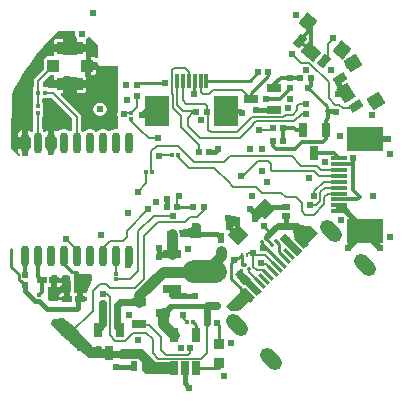
<source format=gbl>
G04 Layer: BottomLayer*
G04 Panelize: , Column: 1, Row: 1, Board Size: 35.35mm x 33.79mm, Panelized Board Size: 35.35mm x 33.79mm*
G04 EasyEDA v6.5.34, 2023-08-25 09:09:34*
G04 d93e2c1bc76747fc85efea62cec83403,9a4ed40c0dd746429eaf55b84663d2fb,10*
G04 Gerber Generator version 0.2*
G04 Scale: 100 percent, Rotated: No, Reflected: No *
G04 Dimensions in millimeters *
G04 leading zeros omitted , absolute positions ,4 integer and 5 decimal *
%FSLAX45Y45*%
%MOMM*%

%AMMACRO1*21,1,$1,$2,0,0,$3*%
%AMMACRO2*1,1,$1,$2,$3*1,1,$1,$4,$5*20,1,$1,$2,$3,$4,$5,0*%
%ADD10C,0.2540*%
%ADD11C,0.2000*%
%ADD12C,0.1600*%
%ADD13C,0.5156*%
%ADD14C,0.3980*%
%ADD15C,0.1600*%
%ADD16C,0.1520*%
%ADD17C,0.2032*%
%ADD18C,0.8890*%
%ADD19C,0.6020*%
%ADD20C,0.5090*%
%ADD21C,0.4070*%
%ADD22C,0.4490*%
%ADD23C,0.2960*%
%ADD24C,0.1524*%
%ADD25C,0.2110*%
%ADD26C,0.3130*%
%ADD27C,0.3810*%
%ADD28C,0.3050*%
%ADD29C,0.6110*%
%ADD30C,0.2134*%
%ADD31C,0.2030*%
%ADD32C,0.2108*%
%ADD33C,0.4140*%
%ADD34C,0.3048*%
%ADD35C,0.1778*%
%ADD36C,0.2116*%
%ADD37C,0.3640*%
%ADD38C,0.3150*%
%ADD39C,0.2616*%
%ADD40C,0.3124*%
%ADD41C,0.6350*%
%ADD42C,0.6172*%
%ADD43C,0.4064*%
%ADD44C,0.9610*%
%ADD45C,0.4510*%
%ADD46C,0.3000*%
%ADD47C,0.3556*%
%ADD48C,0.4000*%
%ADD49MACRO1,0.7X1.1X122.0010*%
%ADD50MACRO1,1.4X1.1X121.9998*%
%ADD51MACRO1,1.15X1.2X121.9995*%
%ADD52MACRO1,0.3X1.25X0.0000*%
%ADD53MACRO1,2X2.5X0.0000*%
%ADD54MACRO1,2.2X1.1X0.0000*%
%ADD55MACRO1,1.05X1X90.0000*%
%ADD56MACRO1,0.672X1.575X90.0000*%
%ADD57MACRO1,0.2997X1.0998X-135.0000*%
%ADD58MACRO1,0.3023X1.0998X-135.0000*%
%ADD59MACRO1,0.3023X1.0998X-134.9966*%
%ADD60MACRO1,0.3X1.3X-90.0000*%
%ADD61MACRO1,2X3X-90.0000*%
%ADD62MACRO1,0.5X0.6X-90.0000*%
%ADD63MACRO1,0.27X0.25X-48.0008*%
%ADD64MACRO1,0.27X0.25X-47.9972*%
%ADD65MACRO1,1.2X1.2X45.0000*%
%ADD66MACRO1,0.27X0.25X90.0000*%
%ADD67MACRO1,0.54X0.5656X90.0000*%
%ADD68MACRO1,0.7X1.1X139.9988*%
%ADD69MACRO1,0.7X1.1X140.0001*%
%ADD70MACRO1,1.4X1.1X140.0002*%
%ADD71MACRO1,1.15X1.2X140.0005*%
%ADD72O,0.6999986X1.7729962*%
%ADD73MACRO1,0.8X0.8X0.0000*%
%ADD74R,0.5400X0.7901*%
%ADD75MACRO1,0.54X0.7901X0.0000*%
%ADD76MACRO1,0.324X0.3031X90.0000*%
%ADD77R,0.3240X0.3031*%
%ADD78MACRO1,0.324X0.3031X0.0000*%
%ADD79R,0.5400X0.5657*%
%ADD80MACRO1,0.54X0.5656X0.0000*%
%ADD81R,0.3240X0.3684*%
%ADD82MACRO1,0.324X0.3685X0.0000*%
%ADD83MACRO1,0.324X0.3685X-90.0000*%
%ADD84MACRO1,0.324X0.3031X-45.0000*%
%ADD85MACRO1,0.324X0.3031X45.0032*%
%ADD86MACRO1,1.25X0.7X90.0000*%
%ADD87MACRO1,0.54X0.7901X-90.0000*%
%ADD88MACRO1,1.25X0.7X0.0000*%
%ADD89MACRO1,0.54X0.7901X90.0000*%
%ADD90MACRO1,0.54X0.5656X-90.0000*%
%ADD91MACRO1,0.6223X1.1049X0.0000*%
%ADD92C,0.8000*%
%ADD93MACRO2,1.2X-0.3535X0.3535X0.3535X-0.3535*%
%ADD94C,0.6096*%
%ADD95C,0.0129*%

%LPD*%
G36*
X-1952243Y119176D02*
G01*
X-1956155Y119989D01*
X-1959457Y122174D01*
X-1961642Y125476D01*
X-1962404Y129336D01*
X-1962404Y171805D01*
X-1977491Y171805D01*
X-1981403Y172567D01*
X-1984705Y174752D01*
X-1986889Y178054D01*
X-1987651Y181965D01*
X-1987651Y262991D01*
X-1986889Y266852D01*
X-1984705Y270154D01*
X-1981403Y272338D01*
X-1977491Y273151D01*
X-1962404Y273151D01*
X-1962404Y332079D01*
X-1971852Y327050D01*
X-1979777Y320903D01*
X-1985975Y314198D01*
X-1989226Y311810D01*
X-1993138Y310896D01*
X-1997151Y311607D01*
X-2000504Y313791D01*
X-2002789Y317093D01*
X-2003602Y321056D01*
X-2003602Y331571D01*
X-2004314Y333248D01*
X-2006803Y335788D01*
X-2009038Y339090D01*
X-2009800Y342950D01*
X-2009800Y438759D01*
X-2009393Y441553D01*
X-2006803Y446430D01*
X-2004872Y451916D01*
X-2004161Y458216D01*
X-2004161Y493928D01*
X-2005075Y502513D01*
X-2005025Y505612D01*
X-2004161Y513080D01*
X-2004161Y548792D01*
X-2004872Y555091D01*
X-2006803Y560578D01*
X-2009393Y565454D01*
X-2009800Y568248D01*
X-2009800Y587654D01*
X-2009038Y591515D01*
X-2006803Y594817D01*
X-2003501Y597001D01*
X-1999640Y597814D01*
X-1970278Y597814D01*
X-1963928Y598525D01*
X-1958492Y600405D01*
X-1953463Y603097D01*
X-1950669Y603504D01*
X-1935988Y603504D01*
X-1932127Y602742D01*
X-1928825Y600506D01*
X-1757680Y429361D01*
X-1755444Y426059D01*
X-1754682Y422148D01*
X-1754682Y332536D01*
X-1755444Y328676D01*
X-1757680Y325374D01*
X-1760931Y323189D01*
X-1764842Y322376D01*
X-1785772Y322376D01*
X-1789074Y322935D01*
X-1792020Y324561D01*
X-1795272Y327050D01*
X-1804111Y331876D01*
X-1813610Y335127D01*
X-1823516Y336753D01*
X-1833575Y336753D01*
X-1843532Y335127D01*
X-1853031Y331876D01*
X-1861870Y327050D01*
X-1865122Y324561D01*
X-1868068Y322935D01*
X-1871319Y322376D01*
X-1880666Y322376D01*
X-1884273Y320294D01*
X-1888286Y318465D01*
X-1892706Y318465D01*
X-1896668Y320395D01*
X-1905254Y327050D01*
X-1914702Y332079D01*
X-1914702Y273151D01*
X-1899615Y273151D01*
X-1895754Y272338D01*
X-1892452Y270154D01*
X-1890268Y266852D01*
X-1889455Y262991D01*
X-1889455Y181965D01*
X-1890268Y178054D01*
X-1892452Y174752D01*
X-1895754Y172567D01*
X-1899615Y171805D01*
X-1914702Y171805D01*
X-1914702Y129336D01*
X-1915515Y125476D01*
X-1917700Y122174D01*
X-1921002Y119989D01*
X-1924862Y119176D01*
G37*

%LPD*%
G36*
X-2210054Y104698D02*
G01*
X-2214473Y105714D01*
X-2217978Y108508D01*
X-2268931Y171704D01*
X-2270556Y174498D01*
X-2271166Y177698D01*
X-2275636Y302920D01*
X-2268778Y557987D01*
X-2268372Y626262D01*
X-2267458Y630377D01*
X-2264562Y636778D01*
X-2238298Y689610D01*
X-2210308Y741578D01*
X-2180590Y792530D01*
X-2149144Y842467D01*
X-2116124Y891336D01*
X-2081428Y939088D01*
X-2045207Y985672D01*
X-2007412Y1030986D01*
X-1968144Y1075029D01*
X-1927402Y1117701D01*
X-1885289Y1159052D01*
X-1878736Y1165047D01*
X-1875586Y1167028D01*
X-1871878Y1167688D01*
X-1739392Y1167688D01*
X-1735785Y1167028D01*
X-1732635Y1165098D01*
X-1730349Y1162151D01*
X-1729282Y1158595D01*
X-1730044Y1153261D01*
X-1730908Y1143457D01*
X-1730044Y1133703D01*
X-1727504Y1124204D01*
X-1723339Y1115314D01*
X-1717700Y1107236D01*
X-1715566Y1105103D01*
X-1713331Y1101801D01*
X-1712569Y1097940D01*
X-1712569Y1056132D01*
X-1637995Y1056132D01*
X-1637995Y1076706D01*
X-1638757Y1083005D01*
X-1640992Y1089507D01*
X-1641551Y1093216D01*
X-1640738Y1096924D01*
X-1638604Y1100023D01*
X-1631391Y1107236D01*
X-1625092Y1116380D01*
X-1621840Y1119378D01*
X-1617624Y1120749D01*
X-1613255Y1120190D01*
X-1609547Y1117803D01*
X-1545031Y1053287D01*
X-1542796Y1049985D01*
X-1542034Y1046124D01*
X-1542034Y945591D01*
X-1542948Y941374D01*
X-1545590Y937869D01*
X-1549400Y935837D01*
X-1553718Y935532D01*
X-1557782Y937107D01*
X-1565351Y944981D01*
X-1570228Y948080D01*
X-1575663Y949960D01*
X-1582013Y950671D01*
X-1600098Y950671D01*
X-1600098Y904849D01*
X-1551736Y904849D01*
X-1548130Y904189D01*
X-1544980Y902309D01*
X-1542745Y899414D01*
X-1541627Y895959D01*
X-1541221Y892657D01*
X-1539138Y887120D01*
X-1535582Y881989D01*
X-1532585Y878941D01*
X-1528978Y876300D01*
X-1523441Y873810D01*
X-1515973Y872642D01*
X-1379982Y872642D01*
X-1376121Y871880D01*
X-1372870Y869696D01*
X-1370634Y866444D01*
X-1369822Y862584D01*
X-1366418Y494690D01*
X-1367383Y490321D01*
X-1371752Y480872D01*
X-1374292Y471373D01*
X-1375156Y461568D01*
X-1374292Y451815D01*
X-1371752Y442315D01*
X-1366266Y430682D01*
X-1365808Y427735D01*
X-1365046Y345795D01*
X-1365961Y341477D01*
X-1368602Y337972D01*
X-1372463Y335889D01*
X-1376883Y335635D01*
X-1383538Y336753D01*
X-1393596Y336753D01*
X-1403502Y335127D01*
X-1413002Y331876D01*
X-1421841Y327050D01*
X-1433423Y318160D01*
X-1437335Y317246D01*
X-1448917Y316890D01*
X-1453134Y317703D01*
X-1465275Y327050D01*
X-1474114Y331876D01*
X-1483614Y335127D01*
X-1493520Y336753D01*
X-1503578Y336753D01*
X-1513535Y335127D01*
X-1523034Y331876D01*
X-1531874Y327050D01*
X-1539798Y320903D01*
X-1542846Y317550D01*
X-1546250Y315112D01*
X-1550365Y314248D01*
X-1556816Y314248D01*
X-1560880Y315112D01*
X-1564284Y317550D01*
X-1567332Y320903D01*
X-1575257Y327050D01*
X-1584096Y331876D01*
X-1593646Y335127D01*
X-1603552Y336753D01*
X-1613611Y336753D01*
X-1623517Y335127D01*
X-1633016Y331876D01*
X-1641856Y327050D01*
X-1648155Y322173D01*
X-1651355Y319227D01*
X-1652879Y317550D01*
X-1656283Y315112D01*
X-1660347Y314248D01*
X-1665782Y314248D01*
X-1669694Y315061D01*
X-1675434Y318871D01*
X-1678939Y322173D01*
X-1681276Y325526D01*
X-1682089Y329539D01*
X-1682089Y441350D01*
X-1682800Y448970D01*
X-1684883Y455777D01*
X-1688287Y462076D01*
X-1693113Y468020D01*
X-1849120Y624027D01*
X-1851304Y627278D01*
X-1852066Y631190D01*
X-1851304Y635101D01*
X-1849120Y638352D01*
X-1845818Y640588D01*
X-1841906Y641350D01*
X-1835251Y641350D01*
X-1835251Y688390D01*
X-1910384Y688390D01*
X-1912518Y684834D01*
X-1915922Y682396D01*
X-1919986Y681532D01*
X-1950872Y681532D01*
X-1954784Y682345D01*
X-1958086Y684530D01*
X-1964791Y691286D01*
X-1966518Y691946D01*
X-1996338Y691946D01*
X-2000199Y692759D01*
X-2003501Y694944D01*
X-2005736Y698246D01*
X-2006498Y702106D01*
X-2006498Y726490D01*
X-2005736Y730402D01*
X-2003501Y733704D01*
X-1946300Y790905D01*
X-1942998Y793089D01*
X-1939137Y793851D01*
X-1919274Y793851D01*
X-1915109Y792988D01*
X-1911705Y790448D01*
X-1909572Y786790D01*
X-1909165Y782574D01*
X-1909825Y776681D01*
X-1909825Y756107D01*
X-1835251Y756107D01*
X-1835251Y771499D01*
X-1834489Y775411D01*
X-1832254Y778713D01*
X-1828952Y780897D01*
X-1825040Y781659D01*
X-1722678Y780846D01*
X-1718818Y780084D01*
X-1715516Y777849D01*
X-1713331Y774547D01*
X-1712569Y770686D01*
X-1712569Y756107D01*
X-1664716Y756107D01*
X-1661210Y755497D01*
X-1658112Y753719D01*
X-1655876Y750976D01*
X-1654657Y747623D01*
X-1654352Y745744D01*
X-1653387Y750163D01*
X-1651152Y753313D01*
X-1647901Y755396D01*
X-1644142Y756107D01*
X-1637995Y756107D01*
X-1637995Y773531D01*
X-1642313Y773531D01*
X-1646275Y774344D01*
X-1649628Y776681D01*
X-1651812Y780186D01*
X-1652422Y784199D01*
X-1643735Y961339D01*
X-1642872Y964996D01*
X-1640738Y968095D01*
X-1637995Y969873D01*
X-1637995Y988415D01*
X-1712569Y988415D01*
X-1712569Y972362D01*
X-1713331Y968451D01*
X-1715516Y965200D01*
X-1718818Y962964D01*
X-1722678Y962202D01*
X-1825091Y961847D01*
X-1829003Y962660D01*
X-1832305Y964844D01*
X-1834489Y968146D01*
X-1835302Y972007D01*
X-1835302Y988415D01*
X-1909825Y988415D01*
X-1909825Y967841D01*
X-1909318Y963269D01*
X-1909724Y959103D01*
X-1911756Y955446D01*
X-1915160Y952906D01*
X-1919224Y951992D01*
X-1966874Y951077D01*
X-1972208Y949960D01*
X-1977643Y948080D01*
X-1982520Y944981D01*
X-1986635Y940866D01*
X-1989734Y935990D01*
X-1991614Y930503D01*
X-1992325Y924204D01*
X-1992325Y852271D01*
X-1993138Y848360D01*
X-1995322Y845058D01*
X-2068423Y771956D01*
X-2073249Y766064D01*
X-2076653Y759764D01*
X-2078736Y752906D01*
X-2079447Y745337D01*
X-2079447Y708101D01*
X-2079650Y706120D01*
X-2087321Y666800D01*
X-2088337Y664006D01*
X-2091283Y660146D01*
X-2091486Y659231D01*
X-2091486Y622604D01*
X-2087930Y616966D01*
X-2087168Y613105D01*
X-2087168Y558241D01*
X-2088388Y548792D01*
X-2088388Y513080D01*
X-2087473Y504494D01*
X-2087524Y501396D01*
X-2088388Y493928D01*
X-2088388Y458216D01*
X-2087168Y448767D01*
X-2087168Y327710D01*
X-2087880Y324002D01*
X-2089861Y320852D01*
X-2096109Y314045D01*
X-2099462Y311607D01*
X-2103577Y310794D01*
X-2107641Y311607D01*
X-2111044Y314045D01*
X-2117344Y320903D01*
X-2125268Y327050D01*
X-2134717Y332079D01*
X-2134717Y273151D01*
X-2119630Y273151D01*
X-2115769Y272338D01*
X-2112467Y270154D01*
X-2110232Y266852D01*
X-2109470Y262991D01*
X-2109470Y181965D01*
X-2110232Y178054D01*
X-2112467Y174752D01*
X-2115769Y172567D01*
X-2119630Y171805D01*
X-2134717Y171805D01*
X-2134717Y114858D01*
X-2135479Y110998D01*
X-2137714Y107696D01*
X-2140966Y105511D01*
X-2144877Y104698D01*
X-2172258Y104698D01*
X-2176170Y105511D01*
X-2179421Y107696D01*
X-2181656Y110998D01*
X-2182418Y114858D01*
X-2182418Y171805D01*
X-2219452Y171805D01*
X-2219452Y169214D01*
X-2218588Y158800D01*
X-2216150Y149047D01*
X-2212086Y139852D01*
X-2206599Y131419D01*
X-2199792Y124002D01*
X-2198370Y122885D01*
X-2195677Y119735D01*
X-2194458Y115722D01*
X-2194966Y111607D01*
X-2197100Y108000D01*
X-2200503Y105562D01*
X-2204618Y104698D01*
G37*

%LPC*%
G36*
X-2219452Y273151D02*
G01*
X-2182418Y273151D01*
X-2182418Y332079D01*
X-2191867Y327050D01*
X-2199792Y320903D01*
X-2206599Y313486D01*
X-2212086Y305054D01*
X-2216150Y295859D01*
X-2218588Y286105D01*
X-2219452Y275691D01*
G37*
G36*
X-1521510Y448919D02*
G01*
X-1511706Y449783D01*
X-1502257Y452323D01*
X-1493316Y456488D01*
X-1485290Y462127D01*
X-1478330Y469036D01*
X-1472692Y477113D01*
X-1468577Y486003D01*
X-1466037Y495503D01*
X-1465173Y505256D01*
X-1466037Y515061D01*
X-1468577Y524560D01*
X-1472692Y533450D01*
X-1478330Y541528D01*
X-1485290Y548436D01*
X-1493316Y554075D01*
X-1502257Y558241D01*
X-1511706Y560781D01*
X-1521510Y561644D01*
X-1531315Y560781D01*
X-1540764Y558241D01*
X-1549704Y554075D01*
X-1557731Y548436D01*
X-1564690Y541528D01*
X-1570329Y533450D01*
X-1574444Y524560D01*
X-1576984Y515061D01*
X-1577848Y505256D01*
X-1576984Y495503D01*
X-1574444Y486003D01*
X-1570329Y477113D01*
X-1564690Y469036D01*
X-1557731Y462127D01*
X-1549704Y456488D01*
X-1540764Y452323D01*
X-1531315Y449783D01*
G37*
G36*
X-1712569Y641350D02*
G01*
X-1664512Y641350D01*
X-1657451Y642162D01*
X-1656130Y642061D01*
X-1647799Y647039D01*
X-1643735Y651154D01*
X-1640636Y656031D01*
X-1638706Y661517D01*
X-1637995Y667816D01*
X-1637995Y688390D01*
X-1646478Y688390D01*
X-1650492Y689254D01*
X-1651558Y690016D01*
X-1652422Y689356D01*
X-1656689Y688390D01*
X-1712569Y688390D01*
G37*
G36*
X-1600098Y793851D02*
G01*
X-1582013Y793851D01*
X-1575663Y794562D01*
X-1570228Y796493D01*
X-1565351Y799541D01*
X-1561236Y803656D01*
X-1558137Y808532D01*
X-1556258Y814019D01*
X-1555546Y820318D01*
X-1555546Y839673D01*
X-1600098Y839673D01*
G37*
G36*
X-1909825Y1056132D02*
G01*
X-1835302Y1056132D01*
X-1835302Y1103172D01*
X-1883359Y1103172D01*
X-1889658Y1102461D01*
X-1895144Y1100531D01*
X-1900021Y1097483D01*
X-1904136Y1093368D01*
X-1907235Y1088491D01*
X-1909114Y1083005D01*
X-1909825Y1076706D01*
G37*

%LPD*%
G36*
X-1779117Y-1116736D02*
G01*
X-1821992Y-1113739D01*
X-1925726Y-1116482D01*
X-1952243Y-1115009D01*
X-1955901Y-1114094D01*
X-1959000Y-1111910D01*
X-1961032Y-1108710D01*
X-1961794Y-1105001D01*
X-1963013Y-1007313D01*
X-1962200Y-1003147D01*
X-1959660Y-999693D01*
X-1956003Y-997559D01*
X-1951736Y-997102D01*
X-1946351Y-997712D01*
X-1933549Y-997712D01*
X-1933549Y-964641D01*
X-1940864Y-964641D01*
X-1944776Y-963879D01*
X-1948078Y-961694D01*
X-1950262Y-958392D01*
X-1951024Y-954481D01*
X-1951024Y-935126D01*
X-1950262Y-931214D01*
X-1948078Y-927912D01*
X-1944776Y-925728D01*
X-1940864Y-924966D01*
X-1933549Y-924966D01*
X-1933549Y-911555D01*
X-1932787Y-907643D01*
X-1930552Y-904341D01*
X-1927250Y-902157D01*
X-1923389Y-901395D01*
X-1891487Y-901395D01*
X-1887626Y-902157D01*
X-1884324Y-904341D01*
X-1882089Y-907643D01*
X-1881327Y-911555D01*
X-1881327Y-924966D01*
X-1842007Y-924966D01*
X-1842007Y-918362D01*
X-1842668Y-912672D01*
X-1842262Y-908456D01*
X-1840128Y-904748D01*
X-1836724Y-902258D01*
X-1832559Y-901395D01*
X-1793443Y-901395D01*
X-1790039Y-901953D01*
X-1786991Y-903681D01*
X-1781657Y-908050D01*
X-1779168Y-909370D01*
X-1776171Y-911860D01*
X-1774291Y-915314D01*
X-1773885Y-919226D01*
X-1774698Y-928827D01*
X-1773834Y-938580D01*
X-1771294Y-948080D01*
X-1770430Y-949909D01*
X-1769516Y-954125D01*
X-1768805Y-1040384D01*
X-1769414Y-1044041D01*
X-1771294Y-1047191D01*
X-1774189Y-1049477D01*
X-1774189Y-1084681D01*
X-1771142Y-1086866D01*
X-1769059Y-1090066D01*
X-1768348Y-1093774D01*
X-1768246Y-1106525D01*
X-1769059Y-1110589D01*
X-1771446Y-1113993D01*
X-1775002Y-1116177D01*
G37*

%LPC*%
G36*
X-1865731Y-1083716D02*
G01*
X-1826412Y-1083716D01*
X-1826412Y-1050645D01*
X-1839214Y-1050645D01*
X-1845564Y-1051356D01*
X-1850999Y-1053287D01*
X-1855927Y-1056335D01*
X-1859991Y-1060450D01*
X-1863089Y-1065326D01*
X-1865020Y-1070813D01*
X-1865731Y-1077112D01*
G37*
G36*
X-1881327Y-997712D02*
G01*
X-1868525Y-997712D01*
X-1862175Y-997000D01*
X-1856739Y-995070D01*
X-1851812Y-992022D01*
X-1847748Y-987907D01*
X-1844649Y-983030D01*
X-1842719Y-977544D01*
X-1842007Y-971245D01*
X-1842007Y-964641D01*
X-1881327Y-964641D01*
G37*

%LPD*%
G36*
X-1640179Y-1116787D02*
G01*
X-1675282Y-1116736D01*
X-1724914Y-1115771D01*
X-1728774Y-1114907D01*
X-1731975Y-1112723D01*
X-1734108Y-1109421D01*
X-1734870Y-1105611D01*
X-1734870Y-1093876D01*
X-1734108Y-1089964D01*
X-1731924Y-1086662D01*
X-1728622Y-1084478D01*
X-1724710Y-1083716D01*
X-1717395Y-1083716D01*
X-1717395Y-1050645D01*
X-1730197Y-1050645D01*
X-1735785Y-1050391D01*
X-1739442Y-1048308D01*
X-1741982Y-1044905D01*
X-1742897Y-1040790D01*
X-1744014Y-903173D01*
X-1744218Y-900074D01*
X-1743608Y-896010D01*
X-1741474Y-892505D01*
X-1738172Y-890168D01*
X-1734159Y-889304D01*
X-1602943Y-887984D01*
X-1599133Y-888695D01*
X-1595831Y-890778D01*
X-1593596Y-893927D01*
X-1592681Y-897686D01*
X-1590700Y-940866D01*
X-1591360Y-945032D01*
X-1630629Y-1046327D01*
X-1632712Y-1049629D01*
X-1635861Y-1051915D01*
X-1639620Y-1052830D01*
X-1643481Y-1052271D01*
X-1646021Y-1051356D01*
X-1652371Y-1050645D01*
X-1665173Y-1050645D01*
X-1665173Y-1083716D01*
X-1640890Y-1083716D01*
X-1637131Y-1084427D01*
X-1633931Y-1086459D01*
X-1631696Y-1089609D01*
X-1630781Y-1093317D01*
X-1630070Y-1106017D01*
X-1630680Y-1110081D01*
X-1632813Y-1113586D01*
X-1636166Y-1115923D01*
G37*

%LPD*%
G36*
X-1609242Y-1605737D02*
G01*
X-1613154Y-1604924D01*
X-1616456Y-1602740D01*
X-1653133Y-1566011D01*
X-1654860Y-1565351D01*
X-1661058Y-1565351D01*
X-1664970Y-1564538D01*
X-1668272Y-1562354D01*
X-1713585Y-1516989D01*
X-1715312Y-1516329D01*
X-1724050Y-1516329D01*
X-1727962Y-1515516D01*
X-1731264Y-1513332D01*
X-1795881Y-1448663D01*
X-1797608Y-1448003D01*
X-1805838Y-1448003D01*
X-1809750Y-1447190D01*
X-1813052Y-1445006D01*
X-1937816Y-1320190D01*
X-1939798Y-1317447D01*
X-1940712Y-1314145D01*
X-1940560Y-1310741D01*
X-1939239Y-1307642D01*
X-1916988Y-1272286D01*
X-1914956Y-1269898D01*
X-1912315Y-1268323D01*
X-1909318Y-1267561D01*
X-1838350Y-1261262D01*
X-1834540Y-1261618D01*
X-1831136Y-1263446D01*
X-1765655Y-1315618D01*
X-1709470Y-1363014D01*
X-1707896Y-1364691D01*
X-1678838Y-1403654D01*
X-1624228Y-1456029D01*
X-1622958Y-1457502D01*
X-1589887Y-1504289D01*
X-1588719Y-1505102D01*
X-1519021Y-1500733D01*
X-1514957Y-1501343D01*
X-1511452Y-1503476D01*
X-1509064Y-1506880D01*
X-1508252Y-1510893D01*
X-1508252Y-1523847D01*
X-1471168Y-1523847D01*
X-1471168Y-1510436D01*
X-1470355Y-1506372D01*
X-1467916Y-1502968D01*
X-1464360Y-1500835D01*
X-1460246Y-1500327D01*
X-1432864Y-1502460D01*
X-1429207Y-1503476D01*
X-1426210Y-1505712D01*
X-1424178Y-1508912D01*
X-1423517Y-1512620D01*
X-1423517Y-1523847D01*
X-1418894Y-1523847D01*
X-1414983Y-1524609D01*
X-1411732Y-1526794D01*
X-1409496Y-1530096D01*
X-1408734Y-1534007D01*
X-1408582Y-1539290D01*
X-1407769Y-1539443D01*
X-1286103Y-1541068D01*
X-1282547Y-1541780D01*
X-1279448Y-1543710D01*
X-1277213Y-1546606D01*
X-1276146Y-1550111D01*
X-1272997Y-1578254D01*
X-1273403Y-1582470D01*
X-1275537Y-1586179D01*
X-1278940Y-1588668D01*
X-1283766Y-1589582D01*
X-1283766Y-1595577D01*
X-1284579Y-1599438D01*
X-1286764Y-1602740D01*
X-1290066Y-1604924D01*
X-1293926Y-1605737D01*
X-1376273Y-1605737D01*
X-1380286Y-1604873D01*
X-1383639Y-1602536D01*
X-1385824Y-1599031D01*
X-1424127Y-1599031D01*
X-1426260Y-1602536D01*
X-1429613Y-1604873D01*
X-1433677Y-1605737D01*
X-1461008Y-1605737D01*
X-1465072Y-1604873D01*
X-1468424Y-1602536D01*
X-1470558Y-1599031D01*
X-1508861Y-1599031D01*
X-1511046Y-1602536D01*
X-1514398Y-1604873D01*
X-1518412Y-1605737D01*
G37*

%LPD*%
G36*
X-1342440Y-1523695D02*
G01*
X-1348790Y-1530045D01*
X-1348790Y-1602435D01*
X-1344980Y-1606245D01*
X-1193850Y-1606245D01*
X-1167180Y-1632915D01*
X-1167180Y-1702765D01*
X-1140510Y-1729435D01*
X-1140510Y-1738325D01*
X-1139240Y-1737055D01*
X-983030Y-1737055D01*
X-871270Y-1735785D01*
X-872540Y-1734515D01*
X-872540Y-1636725D01*
X-1045260Y-1636725D01*
X-1158290Y-1523695D01*
G37*
G36*
X157429Y-477977D02*
G01*
X112725Y-518871D01*
X126187Y-601167D01*
X198526Y-673252D01*
X246075Y-629361D01*
X291033Y-579577D01*
X326085Y-547065D01*
X283921Y-503631D01*
X272237Y-493979D01*
X253695Y-480771D01*
G37*
G36*
X-293116Y-1002334D02*
G01*
X-456692Y-1157274D01*
X-408940Y-1204264D01*
X-374142Y-1207820D01*
X-352806Y-1201978D01*
X-319532Y-1183182D01*
X-269494Y-1131112D01*
X-214020Y-1080973D01*
X-219710Y-1076756D01*
G37*
G36*
X198526Y-673252D02*
G01*
X196545Y-675081D01*
X201371Y-676097D01*
G37*
G36*
X43129Y-543255D02*
G01*
X27432Y-560832D01*
X3048Y-591058D01*
X148793Y-736295D01*
X178308Y-700887D01*
X184150Y-694537D01*
X186436Y-692505D01*
X188925Y-691083D01*
G37*
G36*
X-312216Y-850849D02*
G01*
X-339394Y-852119D01*
X-378256Y-886409D01*
X-316534Y-975055D01*
X-270560Y-994105D01*
X-200202Y-1065479D01*
X-165404Y-1038047D01*
X-159308Y-1026617D01*
X-159054Y-1026617D01*
X-231190Y-954735D01*
X-244144Y-936193D01*
X-281482Y-897585D01*
X-307644Y-869645D01*
G37*
G36*
X-740460Y-459943D02*
G01*
X-744423Y-489661D01*
X-786333Y-512521D01*
X-848563Y-517601D01*
X-843483Y-572211D01*
X-847293Y-576021D01*
X-664413Y-582371D01*
X-664413Y-474421D01*
X-670763Y-468071D01*
X-692454Y-461721D01*
G37*
D10*
X-245087Y593153D02*
G01*
X-245087Y642251D01*
X-97741Y789597D01*
X-97741Y817943D01*
D11*
X-669800Y746899D02*
G01*
X-667514Y652157D01*
X-648464Y633107D01*
X-598934Y633107D01*
X-568454Y663587D01*
X-315470Y663587D01*
X-245112Y593229D01*
D12*
X-769914Y746937D02*
G01*
X-769914Y817681D01*
X-803338Y851105D01*
X-895797Y851105D01*
X-912045Y834852D01*
X-912045Y633425D01*
X-906711Y628091D01*
X-906711Y515571D01*
X-837123Y445975D01*
X-837123Y349963D01*
X-687148Y199989D01*
X-687148Y141998D01*
D13*
X-806960Y-1079004D02*
G01*
X-907541Y-1079004D01*
X-907541Y-1020178D01*
D14*
X-1691388Y-1103490D02*
G01*
X-1705104Y-1117460D01*
X-1705104Y-1176896D01*
X-1717804Y-1189596D01*
X-1967486Y-1189596D01*
X-2037590Y-1119492D01*
D15*
X-615950Y483499D02*
G01*
X-602741Y483499D01*
X-602741Y328307D01*
X-585218Y310784D01*
X-359918Y310784D01*
X-235719Y434987D01*
X30731Y434987D01*
X50538Y454799D01*
X108965Y454799D01*
X148592Y494426D01*
X148592Y531253D01*
X165455Y548119D01*
X224025Y548119D01*
D16*
X-327916Y-59550D02*
G01*
X-307088Y-59550D01*
X-179326Y68211D01*
X-103886Y67564D01*
D17*
X-1257556Y425589D02*
G01*
X-1257627Y401378D01*
X-1181610Y331609D01*
X-1110236Y260235D01*
X-1030226Y260235D01*
D18*
X-1187198Y-1126604D02*
G01*
X-1187198Y-1069200D01*
X-988062Y-870064D01*
X-636272Y-870064D01*
D17*
X-1388366Y-935596D02*
G01*
X-1270256Y-935596D01*
X-1196596Y-861936D01*
X-1196596Y-524878D01*
X-1067310Y-395592D01*
X-901702Y-395592D01*
D15*
X-1072898Y-493890D02*
G01*
X-1149098Y-570090D01*
X-1149098Y-930262D01*
X-1228346Y-1009510D01*
X-1433578Y-1009510D01*
X-1470916Y-972172D01*
X-1522986Y-972172D01*
X-1581406Y-1030592D01*
X-1581406Y-1200264D01*
X-1773938Y-1392796D01*
X-1821944Y-1392796D01*
D19*
X-1352349Y-1361452D02*
G01*
X-1374076Y-1339725D01*
X-1374076Y-1154986D01*
X-1352303Y-1133213D01*
X-1352303Y-1126528D01*
X-1187310Y-1126538D01*
D15*
X-215902Y385711D02*
G01*
X-237492Y362851D01*
X-337822Y262521D01*
X-677928Y262521D01*
X-780290Y364883D01*
X-780290Y433971D01*
X-732030Y482231D01*
X-709932Y482231D01*
D20*
X-104975Y-578045D02*
G01*
X-20073Y-493717D01*
D21*
X-362003Y-436562D02*
G01*
X-362003Y-551340D01*
X-350431Y-562912D01*
X-362003Y-436562D02*
G01*
X-374449Y-436562D01*
X-426519Y-488632D01*
X-434157Y-484825D02*
G01*
X-435180Y-483801D01*
X-435180Y-412940D01*
D22*
X-500941Y-583222D02*
G01*
X-534057Y-550105D01*
X-728545Y-550105D01*
D18*
X-636328Y-870165D02*
G01*
X-500941Y-734778D01*
X-500941Y-692238D01*
D21*
X-350522Y-562978D02*
G01*
X-426468Y-488556D01*
X-435180Y-412940D02*
G01*
X-385622Y-412940D01*
X-362000Y-436562D01*
D22*
X-1167711Y458528D02*
G01*
X-1136804Y489435D01*
X-1038923Y489435D01*
X-317573Y474530D02*
G01*
X-332478Y489435D01*
X-450913Y489435D01*
D23*
X-134927Y-483809D02*
G01*
X-79070Y-539666D01*
X-79070Y-552711D01*
D20*
X-209349Y-423862D02*
G01*
X-150924Y-363405D01*
X-124157Y-336638D01*
D15*
X221231Y467753D02*
G01*
X189735Y467753D01*
X123441Y401459D01*
X-200154Y401459D01*
X-215902Y385711D01*
X-245747Y354596D01*
D10*
X-184406Y818019D02*
G01*
X-255272Y746899D01*
X-620016Y746899D01*
D24*
X-861316Y117995D02*
G01*
X-861316Y101231D01*
X-770130Y10045D01*
X-624052Y9029D01*
D16*
X-819914Y746950D02*
G01*
X-819914Y581423D01*
X-791331Y552841D01*
X-634753Y552841D01*
X-615950Y534045D01*
X-615950Y483499D01*
X-869901Y746950D02*
G01*
X-869901Y540351D01*
X-820925Y491375D01*
X-719076Y491375D01*
X-709935Y482234D01*
D10*
X-966904Y723353D02*
G01*
X-966914Y723343D01*
X-966914Y723343D01*
X-1206042Y723277D01*
X-1206042Y706028D01*
D25*
X-1067056Y-1566786D02*
G01*
X-1075438Y-1558404D01*
X-1075438Y-1443342D01*
X-1128778Y-1390002D01*
X-1240538Y-1390002D01*
X-1307848Y-1457312D01*
X-1390398Y-1457312D01*
X-1438658Y-1409052D01*
X-1438658Y-1083932D01*
X-1461264Y-1061326D01*
X-1497840Y-1061326D01*
D26*
X294840Y131203D02*
G01*
X461896Y131203D01*
X502663Y90436D01*
D25*
X294840Y131203D02*
G01*
X461896Y131203D01*
X502663Y90436D01*
X-1257556Y473875D02*
G01*
X-1206045Y525386D01*
X-1206045Y619467D01*
D27*
X-2037590Y-1119492D02*
G01*
X-2069086Y-1119492D01*
X-2155192Y-1033386D01*
X-2155192Y-982078D01*
D20*
X722020Y-524560D02*
G01*
X532348Y-334888D01*
X502665Y-334888D01*
X578558Y-674560D02*
G01*
X722020Y-531098D01*
X722020Y-524560D01*
X850338Y-674560D02*
G01*
X722020Y-546242D01*
X722020Y-524560D01*
X913838Y252031D02*
G01*
X910422Y255447D01*
X722020Y255447D01*
D28*
X502665Y-259562D02*
G01*
X656752Y-259562D01*
X676099Y-240220D01*
X616709Y-180830D01*
X616709Y90665D01*
X502665Y-359562D02*
G01*
X502665Y-309549D01*
X502665Y40439D02*
G01*
X621466Y40439D01*
X616709Y45196D01*
X616709Y90665D01*
D16*
X252676Y-306768D02*
G01*
X311604Y-306768D01*
X344878Y-273494D01*
X344878Y-198564D01*
X383880Y-159562D01*
X502665Y-159562D01*
X291792Y-233362D02*
G01*
X291792Y-190690D01*
X372932Y-109550D01*
X502665Y-109550D01*
D21*
X53286Y-400621D02*
G01*
X53286Y-486097D01*
X-124147Y-336628D02*
G01*
X-108130Y-320611D01*
X53286Y-320611D01*
D10*
X-64264Y-642226D02*
G01*
X-116334Y-589902D01*
D29*
X-12453Y-486097D02*
G01*
X149329Y-486097D01*
X176273Y-513041D01*
D30*
X-293626Y-816216D02*
G01*
X-320550Y-816216D01*
X-320474Y-727392D01*
X-408942Y-795388D01*
X-408942Y-845934D01*
D31*
X-278056Y-727392D02*
G01*
X-266118Y-715454D01*
X-224843Y-715454D01*
D20*
X-209351Y-423862D02*
G01*
X-209351Y-376895D01*
X-247474Y-338772D01*
X-124157Y-336638D02*
G01*
X-124157Y-338668D01*
X-209351Y-423862D01*
D32*
X-781634Y-1295082D02*
G01*
X-815596Y-1261120D01*
X-815596Y-1237246D01*
D33*
X-801880Y-1687842D02*
G01*
X-801880Y-1816348D01*
X-763836Y-1854393D01*
X-955575Y-322897D02*
G01*
X-952045Y-319366D01*
X-952045Y-253428D01*
X-1230886Y-1672501D02*
G01*
X-1234823Y-1676438D01*
X-1389819Y-1676438D01*
D30*
X-733325Y-1295082D02*
G01*
X-706884Y-1321526D01*
X-706884Y-1408442D01*
X-532335Y-1303464D02*
G01*
X-510692Y-1325107D01*
X-510692Y-1481769D01*
D24*
X-1807517Y-597852D02*
G01*
X-1718617Y-686752D01*
X-1718617Y-739914D01*
X-166875Y-970396D02*
G01*
X-259590Y-877679D01*
X-259590Y-850379D01*
D34*
X-1282753Y-817054D02*
G01*
X-1278608Y-812909D01*
X-1278608Y-739917D01*
D10*
X-1828624Y-739914D02*
G01*
X-1828624Y-807631D01*
X-1760273Y-875982D01*
X-1716077Y-875474D01*
X-1718363Y-928814D01*
D17*
X-1388417Y-887387D02*
G01*
X-1388618Y-887186D01*
X-1388618Y-739917D01*
D34*
X-2155243Y-895438D02*
G01*
X-2158616Y-892065D01*
X-2158616Y-739917D01*
D35*
X-25250Y-828814D02*
G01*
X-120144Y-733920D01*
X-224792Y-733920D01*
X-224792Y-715378D01*
X-60632Y-864196D02*
G01*
X-116413Y-808415D01*
X-150677Y-808415D01*
X-160835Y-798258D01*
D30*
X10132Y-793432D02*
G01*
X-147881Y-635421D01*
X-147881Y-618401D01*
D36*
X-2042975Y639889D02*
G01*
X-2046277Y636587D01*
X-2046277Y530923D01*
X-1988060Y639965D02*
G01*
X-1916686Y639965D01*
X-1718566Y441845D01*
X-1718566Y222389D01*
X-1916483Y872299D02*
G01*
X-2042977Y745804D01*
X-2042977Y639886D01*
D37*
X-2037641Y-1064704D02*
G01*
X-2016457Y-1043520D01*
X-2016457Y-944816D01*
X-2016457Y-944816D02*
G01*
X-2048614Y-912660D01*
X-2048614Y-739914D01*
D36*
X-2048619Y222387D02*
G01*
X-2046277Y224729D01*
X-2046277Y476059D01*
D17*
X-1197663Y-193230D02*
G01*
X-1128341Y-123908D01*
X-1128341Y-27873D01*
X-1018796Y107175D02*
G01*
X-1008049Y117922D01*
X-909650Y117922D01*
X-1318821Y461581D02*
G01*
X-1306601Y473801D01*
X-1257609Y473801D01*
D38*
X199641Y-496430D02*
G01*
X215897Y-512432D01*
D35*
X-96014Y-899528D02*
G01*
X-136908Y-858634D01*
X-183898Y-858634D01*
X-190756Y-858634D01*
X-221744Y-827900D01*
X-221744Y-715378D01*
X-224792Y-715378D01*
D10*
X-2155192Y-982078D02*
G01*
X-2188207Y-950838D01*
X-2196345Y-950838D01*
X-2210061Y-937120D01*
X-2210061Y-890892D01*
X-2273861Y-827090D01*
X-2273861Y-675322D01*
D39*
X496008Y635571D02*
G01*
X499877Y639439D01*
X564713Y639439D01*
X564713Y639439D02*
G01*
X507222Y696930D01*
X507222Y759769D01*
X507222Y759769D02*
G01*
X496008Y748555D01*
X496008Y635571D01*
D15*
X379092Y915860D02*
G01*
X405841Y942609D01*
X405841Y1055687D01*
X448256Y1098102D01*
X448256Y1104198D01*
D40*
X267967Y989545D02*
G01*
X175094Y1082418D01*
X175094Y1092560D01*
X175094Y1092560D02*
G01*
X241932Y1159398D01*
X241932Y1246339D01*
X241932Y1246339D02*
G01*
X266959Y1221313D01*
X266959Y995883D01*
D30*
X45465Y-758050D02*
G01*
X-5334Y-707250D01*
X-5334Y-632856D01*
X-30228Y-607961D01*
D15*
X-1110795Y-343344D02*
G01*
X-1292908Y-525457D01*
X-1292908Y-575243D01*
X-1325674Y-608012D01*
X-1432608Y-608012D01*
X-1498577Y-673973D01*
X-1498577Y-739856D01*
D30*
X-408942Y-845931D02*
G01*
X-408942Y-929246D01*
X-326392Y-1011796D01*
X-326392Y-1102880D01*
D41*
X-613717Y-1170114D02*
G01*
X-608891Y-1165288D01*
X-527865Y-1165288D01*
D42*
X-618898Y-1303464D02*
G01*
X-618898Y-1175296D01*
X-613717Y-1170114D01*
D15*
X-1072898Y-493890D02*
G01*
X-1029464Y-450456D01*
X-803150Y-450456D01*
X-758700Y-406006D01*
X-697740Y-406006D01*
X-644654Y-352920D01*
X-644654Y-324980D01*
X-869012Y-322897D02*
G01*
X-869012Y-242023D01*
X-856287Y-229298D01*
D39*
X-868936Y-322948D02*
G01*
X-731268Y-324980D01*
D18*
X-912370Y-551802D02*
G01*
X-912370Y-662292D01*
X-907595Y-720128D01*
D34*
X-1023622Y-748652D02*
G01*
X-1022606Y-673722D01*
D43*
X-907595Y-720128D02*
G01*
X-995072Y-720128D01*
X-1023673Y-748728D01*
X-1023622Y-748652D02*
G01*
X-1022606Y-673722D01*
D10*
X-721794Y632929D02*
G01*
X-721794Y745075D01*
X-719919Y746950D01*
D21*
X-198122Y497471D02*
G01*
X-44960Y498233D01*
D41*
X-1542341Y-1361452D02*
G01*
X-1497845Y-1316956D01*
X-1497845Y-1147942D01*
D44*
X-896876Y-1408442D02*
G01*
X-987303Y-1318016D01*
X-987303Y-1221524D01*
D45*
X-987300Y-1221524D02*
G01*
X-931064Y-1165288D01*
X-527865Y-1165288D01*
X-718568Y-1078598D02*
G01*
X-806960Y-1079106D01*
D16*
X-438406Y-104508D02*
G01*
X-392686Y-150228D01*
X-199646Y-150228D01*
X-148846Y-201028D01*
X13713Y-201028D01*
X54099Y-241668D01*
X137919Y-241668D01*
X186433Y-289928D01*
X186433Y-361048D01*
X214373Y-388988D01*
X290573Y-388988D01*
X379473Y-300088D01*
X379473Y-241668D01*
X411731Y-209664D01*
X502663Y-209664D01*
D24*
X-644146Y9029D02*
G01*
X-551944Y9029D01*
X-421134Y-121780D01*
D12*
X497583Y-59550D02*
G01*
X332229Y-59550D01*
X287525Y-15100D01*
X-66804Y-15100D01*
X-75694Y-5956D01*
X-75694Y41033D01*
X-102872Y68211D01*
X-122684Y68211D01*
D30*
X-511299Y-1641716D02*
G01*
X-511299Y-1681731D01*
X-517410Y-1687842D01*
X-706884Y-1687842D01*
D17*
X-173992Y331355D02*
G01*
X-73916Y331355D01*
D12*
X-1080010Y-28562D02*
G01*
X-1085598Y-22212D01*
X-1085598Y148983D01*
X-1040894Y193687D01*
X-864872Y193687D01*
X-729490Y58305D01*
X-473458Y58305D01*
X-424436Y107327D01*
X101597Y107327D01*
X184655Y24523D01*
X311909Y24523D01*
X345945Y-9512D01*
X502663Y-9512D01*
D21*
X-600585Y141998D02*
G01*
X-544708Y141998D01*
X-521543Y165163D01*
D46*
X32255Y341515D02*
G01*
X32001Y233565D01*
X-54452Y233674D02*
G01*
X-54452Y194660D01*
X-27939Y168147D01*
X132080Y168147D01*
X191770Y227838D01*
X365760Y227838D01*
X389836Y251914D01*
X389836Y331203D01*
D47*
X175917Y765822D02*
G01*
X89230Y765822D01*
X86108Y768944D01*
X8072Y768944D01*
X-44960Y715914D01*
X-44960Y688225D01*
D46*
X-115369Y594423D02*
G01*
X3365Y594423D01*
X86106Y677164D01*
X86106Y682396D01*
D15*
X102867Y973975D02*
G01*
X176781Y900061D01*
X249679Y900061D01*
X415033Y734707D01*
X415033Y601103D01*
X472183Y543953D01*
X505203Y543953D01*
X536953Y512203D01*
X624837Y512203D01*
X647697Y535063D01*
D48*
X-613717Y-1170114D02*
G01*
X-624575Y-1159255D01*
X-909827Y-1159255D01*
X-972106Y-1221534D01*
X-987310Y-1221534D01*
D12*
X-619000Y-1506080D02*
G01*
X-619000Y-1556372D01*
X-668784Y-1606156D01*
X-1027686Y-1606156D01*
X-1075438Y-1558404D01*
D25*
X-619000Y-1303388D02*
G01*
X-619000Y-1506080D01*
X-619252Y-1505965D01*
D12*
X-1186436Y-1323962D02*
G01*
X-1105410Y-1323962D01*
X-1003810Y-1425562D01*
X-1003810Y-1534020D01*
X-964186Y-1573644D01*
X-778512Y-1573644D01*
X-761494Y-1556626D01*
X-761494Y-1520558D01*
D46*
X262478Y765815D02*
G01*
X262478Y705190D01*
X243837Y686549D01*
X389836Y331203D02*
G01*
X389836Y407616D01*
X408431Y426212D01*
X408431Y486984D01*
D30*
X478279Y484263D02*
G01*
X399285Y484263D01*
X399285Y530999D01*
X243837Y686447D01*
D47*
X400555Y487057D02*
G01*
X478279Y487057D01*
X478279Y484263D01*
D46*
X32359Y341630D02*
G01*
X124460Y341630D01*
X134886Y331203D01*
X199844Y331203D01*
D49*
G01*
X647710Y535038D03*
G01*
X507281Y759772D03*
D50*
G01*
X564774Y639456D03*
D51*
G01*
X815458Y577954D03*
G01*
X619389Y891730D03*
D52*
G01*
X-619912Y746848D03*
G01*
X-669912Y746848D03*
G01*
X-719912Y746848D03*
G01*
X-769912Y746848D03*
G01*
X-819911Y746848D03*
G01*
X-869911Y746848D03*
D53*
G01*
X-450910Y489343D03*
G01*
X-1038905Y489343D03*
D54*
G01*
X-1773928Y722245D03*
D55*
G01*
X-1631441Y872247D03*
D54*
G01*
X-1773930Y1022247D03*
D55*
G01*
X-1916435Y872247D03*
D56*
G01*
X-907602Y-1020063D03*
G01*
X-907602Y-720064D03*
G36*
X-543651Y-775093D02*
G01*
X-729071Y-775093D01*
X-733524Y-775200D01*
X-737966Y-775512D01*
X-742391Y-776033D01*
X-746785Y-776759D01*
X-751141Y-777694D01*
X-755446Y-778830D01*
X-759696Y-780166D01*
X-763877Y-781700D01*
X-767981Y-783429D01*
X-772002Y-785347D01*
X-775926Y-787453D01*
X-779749Y-789741D01*
X-783460Y-792205D01*
X-787052Y-794839D01*
X-790514Y-797638D01*
X-793843Y-800600D01*
X-797029Y-803711D01*
X-800066Y-806970D01*
X-802947Y-810366D01*
X-805665Y-813894D01*
X-808215Y-817547D01*
X-810590Y-821314D01*
X-812787Y-825190D01*
X-814801Y-829162D01*
X-816625Y-837092D01*
X-986358Y-837092D01*
X-986358Y-903091D01*
X-816625Y-903091D01*
X-814801Y-911026D01*
X-812787Y-914999D01*
X-810590Y-918875D01*
X-808215Y-922642D01*
X-805665Y-926294D01*
X-802947Y-929822D01*
X-800066Y-933218D01*
X-797029Y-936477D01*
X-793843Y-939589D01*
X-790514Y-942550D01*
X-787052Y-945349D01*
X-783460Y-947983D01*
X-779749Y-950447D01*
X-775926Y-952736D01*
X-772002Y-954841D01*
X-767981Y-956759D01*
X-763877Y-958489D01*
X-759696Y-960023D01*
X-755446Y-961359D01*
X-751141Y-962494D01*
X-746785Y-963429D01*
X-742391Y-964156D01*
X-737966Y-964676D01*
X-733524Y-964989D01*
X-729071Y-965095D01*
X-543651Y-965095D01*
X-539198Y-964989D01*
X-534756Y-964676D01*
X-530331Y-964156D01*
X-525937Y-963429D01*
X-521581Y-962494D01*
X-517276Y-961359D01*
X-513026Y-960023D01*
X-508845Y-958489D01*
X-504741Y-956759D01*
X-500720Y-954841D01*
X-496796Y-952736D01*
X-492973Y-950447D01*
X-489262Y-947983D01*
X-485670Y-945349D01*
X-482208Y-942550D01*
X-478878Y-939589D01*
X-475693Y-936477D01*
X-472655Y-933218D01*
X-469775Y-929822D01*
X-467057Y-926294D01*
X-464507Y-922642D01*
X-462132Y-918875D01*
X-459935Y-914999D01*
X-457921Y-911026D01*
X-456097Y-906962D01*
X-454464Y-902820D01*
X-453029Y-898603D01*
X-451792Y-894323D01*
X-450758Y-889990D01*
X-449927Y-885616D01*
X-449303Y-881204D01*
X-448886Y-876769D01*
X-448678Y-872322D01*
X-448678Y-867867D01*
X-448886Y-863419D01*
X-449303Y-858984D01*
X-449927Y-854572D01*
X-450758Y-850198D01*
X-451792Y-845865D01*
X-453029Y-841585D01*
X-454464Y-837369D01*
X-456097Y-833226D01*
X-457921Y-829162D01*
X-459935Y-825190D01*
X-462132Y-821314D01*
X-464507Y-817547D01*
X-467057Y-813894D01*
X-469775Y-810366D01*
X-472655Y-806970D01*
X-475693Y-803711D01*
X-478878Y-800600D01*
X-482208Y-797638D01*
X-485670Y-794839D01*
X-489262Y-792205D01*
X-492973Y-789741D01*
X-496796Y-787453D01*
X-500720Y-785347D01*
X-504741Y-783429D01*
X-508845Y-781700D01*
X-513026Y-780166D01*
X-517276Y-778830D01*
X-521581Y-777694D01*
X-525937Y-776759D01*
X-530331Y-776033D01*
X-534756Y-775512D01*
X-539198Y-775200D01*
X-543651Y-775093D01*
G37*
D57*
G01*
X137370Y-666362D03*
G01*
X116177Y-687556D03*
G01*
X80794Y-722938D03*
D58*
G01*
X45502Y-758230D03*
D57*
G01*
X10210Y-793523D03*
G01*
X-25171Y-828906D03*
G01*
X-60553Y-864288D03*
G01*
X-95935Y-899670D03*
G01*
X-131317Y-935052D03*
G01*
X-166700Y-970434D03*
D59*
G01*
X-201993Y-1005726D03*
D57*
G01*
X-223276Y-1027010D03*
G01*
X172753Y-630980D03*
G01*
X193946Y-609787D03*
G01*
X-258479Y-1062212D03*
D58*
G01*
X-279761Y-1083495D03*
D60*
G01*
X502666Y90449D03*
G01*
X502666Y40449D03*
G01*
X502666Y-9550D03*
G01*
X502666Y-59550D03*
G01*
X502666Y-109550D03*
G01*
X502666Y-159550D03*
G01*
X502666Y-209550D03*
G01*
X502666Y-259549D03*
G01*
X502666Y-309549D03*
G01*
X502666Y-359549D03*
D61*
G01*
X722015Y-524550D03*
G01*
X722012Y255450D03*
D62*
G01*
X53286Y-400617D03*
G01*
X53286Y-320615D03*
D63*
G01*
X-147895Y-618393D03*
D64*
G01*
X-116371Y-590011D03*
D65*
G01*
X-124150Y-336637D03*
G01*
X-350423Y-562910D03*
D66*
G01*
X-278056Y-727392D03*
G01*
X-320474Y-727392D03*
D67*
G01*
X-54458Y233680D03*
G01*
X32106Y233680D03*
D68*
G01*
X379105Y915859D03*
D69*
G01*
X176103Y1086196D03*
D70*
G01*
X267962Y989537D03*
D71*
G01*
X525382Y1008510D03*
G01*
X241946Y1246341D03*
D72*
G01*
X-1278562Y-739863D03*
G01*
X-1388569Y-739863D03*
G01*
X-1498577Y-739863D03*
G01*
X-1608559Y-739863D03*
G01*
X-1718566Y-739863D03*
G01*
X-1828573Y-739863D03*
G01*
X-1938555Y-739863D03*
G01*
X-2048563Y-739863D03*
G01*
X-2158570Y-739863D03*
G01*
X-2158570Y222440D03*
G01*
X-2048563Y222440D03*
G01*
X-1938555Y222440D03*
G01*
X-1828573Y222440D03*
G01*
X-1718566Y222440D03*
G01*
X-1608559Y222440D03*
G01*
X-1498577Y222440D03*
G01*
X-1388569Y222440D03*
G01*
X-1278562Y222440D03*
D73*
G01*
X-511380Y-1641594D03*
G01*
X-510679Y-1481693D03*
D74*
G01*
X-500941Y-692238D03*
D75*
G01*
X-500941Y-583224D03*
D76*
G01*
X-1128295Y-27800D03*
G01*
X-1079985Y-27800D03*
D77*
G01*
X-1257556Y473875D03*
D78*
G01*
X-1257556Y425564D03*
D79*
G01*
X-1206045Y619467D03*
D80*
G01*
X-1206045Y706032D03*
D76*
G01*
X-909652Y117919D03*
G01*
X-861341Y117919D03*
D67*
G01*
X-955579Y-322900D03*
G01*
X-869014Y-322900D03*
G01*
X-618900Y-1303464D03*
G01*
X-532334Y-1303464D03*
G01*
X175919Y765810D03*
G01*
X262484Y765810D03*
D79*
G01*
X-2155243Y-895438D03*
D80*
G01*
X-2155243Y-982003D03*
D81*
G01*
X-2037641Y-1064704D03*
D82*
G01*
X-2037641Y-1119558D03*
D83*
G01*
X-1988121Y639889D03*
G01*
X-2042965Y639889D03*
D77*
G01*
X-1388417Y-887387D03*
D78*
G01*
X-1388417Y-935697D03*
D84*
G01*
X-30217Y-607950D03*
G01*
X-64377Y-642110D03*
D85*
G01*
X-293739Y-816230D03*
G01*
X-259577Y-850390D03*
D67*
G01*
X-731297Y-324932D03*
G01*
X-644732Y-324932D03*
D86*
G01*
X199844Y331203D03*
G01*
X389835Y331203D03*
G01*
X294839Y131203D03*
D76*
G01*
X-781636Y-1295082D03*
G01*
X-733325Y-1295082D03*
D87*
G01*
X-803305Y-551878D03*
G01*
X-912315Y-551878D03*
D74*
G01*
X-1230886Y-1563484D03*
D75*
G01*
X-1230884Y-1672485D03*
D88*
G01*
X-45087Y688149D03*
G01*
X-45087Y498158D03*
G01*
X-245087Y593154D03*
D81*
G01*
X-2046277Y530923D03*
D82*
G01*
X-2046277Y476069D03*
D89*
G01*
X-2016455Y-944816D03*
G01*
X-1907443Y-944816D03*
D87*
G01*
X-1691289Y-1103566D03*
G01*
X-1800301Y-1103566D03*
D86*
G01*
X-1542341Y-1361452D03*
G01*
X-1352350Y-1361452D03*
G01*
X-1447346Y-1561452D03*
D88*
G01*
X-1187310Y-1316530D03*
G01*
X-1187310Y-1126539D03*
G01*
X-987310Y-1221535D03*
D79*
G01*
X-1497891Y-1147864D03*
D80*
G01*
X-1497891Y-1061299D03*
D67*
G01*
X-184306Y817943D03*
G01*
X-97740Y817943D03*
G01*
X-687172Y141986D03*
G01*
X-600607Y141986D03*
D90*
G01*
X32360Y341630D03*
G01*
X-54204Y341630D03*
D79*
G01*
X86103Y768972D03*
D80*
G01*
X86106Y682395D03*
D91*
G01*
X-896873Y-1687830D03*
G01*
X-801872Y-1687830D03*
G01*
X-706876Y-1687830D03*
G01*
X-706871Y-1408430D03*
G01*
X-896873Y-1408430D03*
D92*
G01*
X790674Y562470D03*
G01*
X594611Y876236D03*
D93*
G01*
X435861Y-530593D03*
G01*
X718690Y-813447D03*
G01*
X-358904Y-1325359D03*
G01*
X-76075Y-1608213D03*
D92*
G01*
X506600Y986142D03*
G01*
X223161Y1223962D03*
D94*
G01*
X-281205Y-943622D03*
G01*
X-333352Y-888072D03*
G01*
X60398Y-603948D03*
G01*
X-527865Y-1165288D03*
G01*
X-613717Y-1170114D03*
G01*
X515363Y-431304D03*
G01*
X934209Y-578878D03*
G01*
X931669Y124193D03*
G01*
X-111305Y-110934D03*
G01*
X-146814Y-20078D03*
G01*
X-1318821Y461581D03*
G01*
X-837440Y-1517916D03*
G01*
X-1280975Y-377126D03*
G01*
X102816Y973899D03*
G01*
X-1018796Y107175D03*
G01*
X-1304343Y709739D03*
G01*
X-326392Y-1102880D03*
G01*
X-160835Y-798258D03*
G01*
X-224843Y-715454D03*
G01*
X-140007Y-671766D03*
G01*
X-521540Y165163D03*
G01*
X139646Y1301559D03*
G01*
X779472Y454215D03*
G01*
X478228Y484187D03*
G01*
X-1953186Y366737D03*
G01*
X-1953186Y448017D03*
G01*
X-1953186Y529297D03*
G01*
X-2147115Y450659D03*
G01*
X-2147115Y531939D03*
G01*
X-2147115Y613219D03*
G01*
X-2147115Y694499D03*
G01*
X-2125525Y779081D03*
G01*
X-2068883Y842835D03*
G01*
X-1919150Y721067D03*
G01*
X-2022782Y904963D03*
G01*
X-1985063Y992441D03*
G01*
X-384812Y-1161453D03*
G01*
X-1282753Y-817054D03*
G01*
X-1718363Y-928814D03*
G01*
X-1659054Y-1002830D03*
G01*
X-1022657Y-673798D03*
G01*
X291792Y-233362D03*
G01*
X252676Y-306768D03*
G01*
X-901753Y-395668D03*
G01*
X-709983Y482155D03*
G01*
X-616003Y483425D03*
G01*
X224025Y548119D03*
G01*
X221180Y467677D03*
G01*
X-1197663Y-193230D03*
G01*
X-1030302Y260159D03*
G01*
X-327967Y-59626D03*
G01*
X-174068Y331279D03*
G01*
X-249506Y166687D03*
G01*
X-148160Y168719D03*
G01*
X-777293Y-680402D03*
G01*
X-238305Y-228282D03*
G01*
X-1293675Y579183D03*
G01*
X215897Y-512432D03*
G01*
X-665279Y416115D03*
G01*
X-115369Y594423D03*
G01*
X-1511353Y-563054D03*
G01*
X-966904Y723353D03*
G01*
X-856287Y-229298D03*
G01*
X-1807517Y-597852D03*
G01*
X-1046025Y-277304D03*
G01*
X380489Y54851D03*
G01*
X616709Y90665D03*
G01*
X243837Y686549D03*
G01*
X71320Y513397D03*
G01*
X448256Y1104201D03*
G01*
X437080Y839025D03*
G01*
X496008Y635571D03*
G01*
X-408485Y-1474914D03*
G01*
X-1023673Y-748728D03*
G01*
X-701347Y-489648D03*
G01*
X-1110795Y-343344D03*
G01*
X-1521513Y505269D03*
G01*
X88084Y592137D03*
G01*
X-471782Y-1753755D03*
G01*
X-1389814Y-1676438D03*
G01*
X-952045Y-253428D03*
G01*
X-763831Y-1854390D03*
G01*
X-815596Y-1237246D03*
G01*
X-806960Y-1079004D03*
G01*
X-721794Y632929D03*
G01*
X-198173Y497395D03*
G01*
X790140Y-230568D03*
G01*
X-247474Y-338772D03*
G01*
X-209349Y-423862D03*
G01*
X-384863Y-768286D03*
G01*
X-362003Y-436562D03*
G01*
X-426519Y-488632D03*
G01*
X-435180Y-412940D03*
G01*
X850338Y-674560D03*
G01*
X578558Y-674560D03*
G01*
X913838Y252031D03*
G01*
X-2144600Y364299D03*
G01*
X-1821868Y-1392720D03*
G01*
X-1883590Y-1323632D03*
G01*
X-1749224Y-1457998D03*
G01*
X-1615112Y-1546898D03*
G01*
X-1687502Y-1517942D03*
G01*
X-1803834Y-1004862D03*
G01*
X-1914324Y-1062012D03*
G01*
X-1199060Y-1451648D03*
G01*
X-1772592Y1117053D03*
G01*
X-1753542Y647153D03*
G01*
X-1674548Y1143469D03*
G01*
X-1581330Y1320507D03*
G01*
X-761494Y-1520456D03*
G01*
X-1274142Y-1236662D03*
G01*
X248206Y-76466D03*
G01*
X224787Y840219D03*
G01*
X-134927Y-483806D03*
G01*
X-1527888Y371970D03*
G01*
X-317578Y474535D03*
G01*
X-1167716Y458533D03*
G01*
X510969Y280479D03*
G01*
X-718568Y-1078496D03*
M02*

</source>
